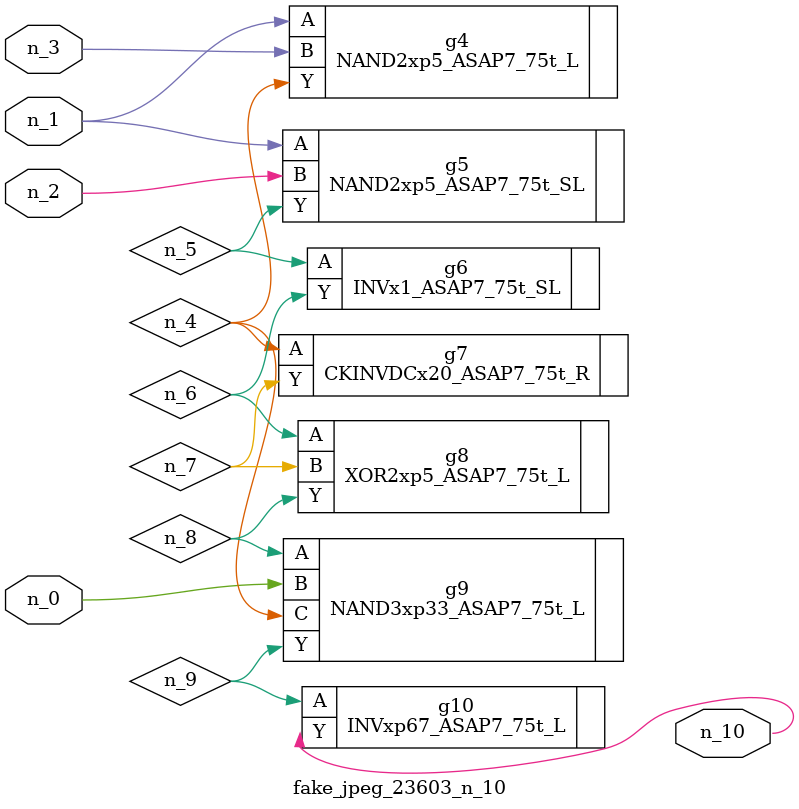
<source format=v>
module fake_jpeg_23603_n_10 (n_0, n_3, n_2, n_1, n_10);

input n_0;
input n_3;
input n_2;
input n_1;

output n_10;

wire n_4;
wire n_8;
wire n_9;
wire n_6;
wire n_5;
wire n_7;

NAND2xp5_ASAP7_75t_L g4 ( 
.A(n_1),
.B(n_3),
.Y(n_4)
);

NAND2xp5_ASAP7_75t_SL g5 ( 
.A(n_1),
.B(n_2),
.Y(n_5)
);

INVx1_ASAP7_75t_SL g6 ( 
.A(n_5),
.Y(n_6)
);

XOR2xp5_ASAP7_75t_L g8 ( 
.A(n_6),
.B(n_7),
.Y(n_8)
);

CKINVDCx20_ASAP7_75t_R g7 ( 
.A(n_4),
.Y(n_7)
);

NAND3xp33_ASAP7_75t_L g9 ( 
.A(n_8),
.B(n_0),
.C(n_4),
.Y(n_9)
);

INVxp67_ASAP7_75t_L g10 ( 
.A(n_9),
.Y(n_10)
);


endmodule
</source>
